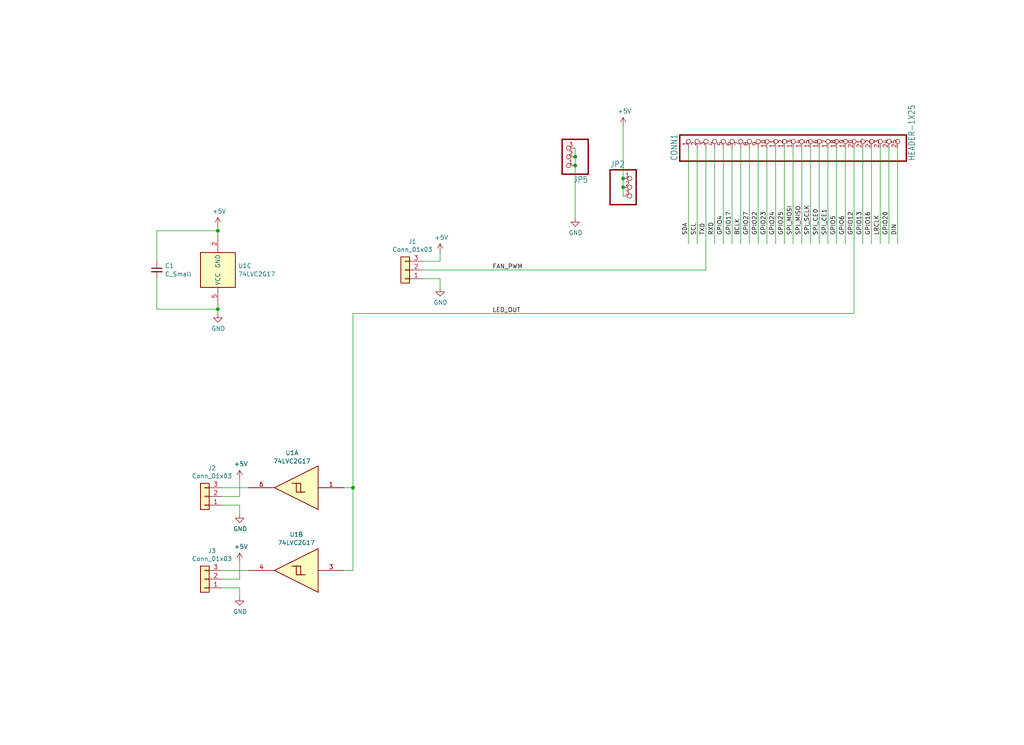
<source format=kicad_sch>
(kicad_sch (version 20230121) (generator eeschema)
  (paper "User" 298.45 217.322)
  (lib_symbols
    (symbol "74xGxx:74LVC2G17"
      (property "Reference" "U" (at -1.27 7.62 0))
      (property "Value" "74LVC2G17" (at 2.54 -7.62 0))
      (symbol "74LVC2G17_1_1"
        (polyline (pts (xy -2.54 1.27) (xy -1.27 1.27) (xy -1.27 -1.27)) (stroke (width 0.254)) (fill (type background)))
        (polyline (pts (xy -7.62 6.35) (xy -7.62 -6.35) (xy 5.08 0) (xy -7.62 6.35)) (stroke (width 0.254)) (fill (type background)))
        (polyline (pts (xy -3.81 1.27) (xy -2.54 1.27) (xy -2.54 -1.27) (xy 0 -1.27)) (stroke (width 0.254)) (fill (type background)))
        (pin input line (at -15.24 0 0) (length 7.62) (name "~") (number "1"))
        (pin output line (at 12.7 0 180) (length 7.62) (name "~") (number "6"))
      )
      (symbol "74LVC2G17_2_1"
        (polyline (pts (xy -2.54 1.27) (xy -1.27 1.27) (xy -1.27 -1.27)) (stroke (width 0.254)) (fill (type background)))
        (polyline (pts (xy -7.62 6.35) (xy -7.62 -6.35) (xy 5.08 0) (xy -7.62 6.35)) (stroke (width 0.254)) (fill (type background)))
        (polyline (pts (xy -3.81 1.27) (xy -2.54 1.27) (xy -2.54 -1.27) (xy 0 -1.27)) (stroke (width 0.254)) (fill (type background)))
        (pin input line (at -15.24 0 0) (length 7.62) (name "~") (number "3"))
        (pin output line (at 12.7 0 180) (length 7.62) (name "~") (number "4"))
      )
      (symbol "74LVC2G17_3_0"
        (rectangle (start -5.08 -5.08) (end 5.08 5.08) (stroke (width 0.254)) (fill (type background)))
      )
      (symbol "74LVC2G17_3_1"
        (pin power_in line (at 0 -10.16 90) (length 5.08) (name "GND") (number "2"))
        (pin power_in line (at 0 10.16 270) (length 5.08) (name "VCC") (number "5"))
      )
    )
    (symbol "Adafruit Speaker Bonnet-eagle-import:HEADER-1X25"
      (property "Reference" "CONN" (at -3.81 33.655 0))
      (symbol "HEADER-1X25_1_0"
        (polyline (pts (xy -3.81 -33.02) (xy 3.81 -33.02)) (stroke (width 0.4064)))
        (polyline (pts (xy -3.81 33.02) (xy -3.81 -33.02)) (stroke (width 0.4064)))
        (polyline (pts (xy 3.81 -33.02) (xy 3.81 33.02)) (stroke (width 0.4064)))
        (polyline (pts (xy 3.81 33.02) (xy -3.81 33.02)) (stroke (width 0.4064)))
        (pin passive inverted (at 0 30.48 0) (length 2.54) (name "1") (number "1"))
        (pin passive inverted (at 0 7.62 0) (length 2.54) (name "10") (number "10"))
        (pin passive inverted (at 0 5.08 0) (length 2.54) (name "11") (number "11"))
        (pin passive inverted (at 0 2.54 0) (length 2.54) (name "12") (number "12"))
        (pin passive inverted (at 0 0 0) (length 2.54) (name "13") (number "13"))
        (pin passive inverted (at 0 -2.54 0) (length 2.54) (name "14") (number "14"))
        (pin passive inverted (at 0 -5.08 0) (length 2.54) (name "15") (number "15"))
        (pin passive inverted (at 0 -7.62 0) (length 2.54) (name "16") (number "16"))
        (pin passive inverted (at 0 -10.16 0) (length 2.54) (name "17") (number "17"))
        (pin passive inverted (at 0 -12.7 0) (length 2.54) (name "18") (number "18"))
        (pin passive inverted (at 0 -15.24 0) (length 2.54) (name "19") (number "19"))
        (pin passive inverted (at 0 27.94 0) (length 2.54) (name "2") (number "2"))
        (pin passive inverted (at 0 -17.78 0) (length 2.54) (name "20") (number "20"))
        (pin passive inverted (at 0 -20.32 0) (length 2.54) (name "21") (number "21"))
        (pin passive inverted (at 0 -22.86 0) (length 2.54) (name "22") (number "22"))
        (pin passive inverted (at 0 -25.4 0) (length 2.54) (name "23") (number "23"))
        (pin passive inverted (at 0 -27.94 0) (length 2.54) (name "24") (number "24"))
        (pin passive inverted (at 0 -30.48 0) (length 2.54) (name "25") (number "25"))
        (pin passive inverted (at 0 25.4 0) (length 2.54) (name "3") (number "3"))
        (pin passive inverted (at 0 22.86 0) (length 2.54) (name "4") (number "4"))
        (pin passive inverted (at 0 20.32 0) (length 2.54) (name "5") (number "5"))
        (pin passive inverted (at 0 17.78 0) (length 2.54) (name "6") (number "6"))
        (pin passive inverted (at 0 15.24 0) (length 2.54) (name "7") (number "7"))
        (pin passive inverted (at 0 12.7 0) (length 2.54) (name "8") (number "8"))
        (pin passive inverted (at 0 10.16 0) (length 2.54) (name "9") (number "9"))
      )
    )
    (symbol "Adafruit Speaker Bonnet-eagle-import:HEADER-1X376MIL"
      (property "Reference" "JP" (at -6.35 5.715 0))
      (symbol "HEADER-1X376MIL_1_0"
        (polyline (pts (xy -6.35 -5.08) (xy 1.27 -5.08)) (stroke (width 0.4064)))
        (polyline (pts (xy -6.35 5.08) (xy -6.35 -5.08)) (stroke (width 0.4064)))
        (polyline (pts (xy 1.27 -5.08) (xy 1.27 5.08)) (stroke (width 0.4064)))
        (polyline (pts (xy 1.27 5.08) (xy -6.35 5.08)) (stroke (width 0.4064)))
        (pin passive inverted (at -2.54 2.54 0) (length 2.54) (name "1") (number "1"))
        (pin passive inverted (at -2.54 0 0) (length 2.54) (name "2") (number "2"))
        (pin passive inverted (at -2.54 -2.54 0) (length 2.54) (name "3") (number "3"))
      )
    )
    (symbol "Connector_Generic:Conn_01x03" (pin_names (offset 1.016) hide)
      (property "Reference" "J" (at 0 5.08 0))
      (property "Value" "Conn_01x03" (at 0 -5.08 0))
      (symbol "Conn_01x03_1_1"
        (rectangle (start -1.27 -2.413) (end 0 -2.667) (stroke (width 0.1524)))
        (rectangle (start -1.27 0.127) (end 0 -0.127) (stroke (width 0.1524)))
        (rectangle (start -1.27 2.667) (end 0 2.413) (stroke (width 0.1524)))
        (rectangle (start -1.27 3.81) (end 1.27 -3.81) (stroke (width 0.254)) (fill (type background)))
        (pin passive line (at -5.08 2.54 0) (length 3.81) (name "Pin_1") (number "1"))
        (pin passive line (at -5.08 0 0) (length 3.81) (name "Pin_2") (number "2"))
        (pin passive line (at -5.08 -2.54 0) (length 3.81) (name "Pin_3") (number "3"))
      )
    )
    (symbol "Device:C_Small" (pin_numbers hide) (pin_names (offset 0.254) hide)
      (property "Reference" "C" (at 0.254 1.778 0))
      (property "Value" "C_Small" (at 0.254 -2.032 0))
      (symbol "C_Small_0_1"
        (polyline (pts (xy -1.524 -0.508) (xy 1.524 -0.508)) (stroke (width 0.3302)))
        (polyline (pts (xy -1.524 0.508) (xy 1.524 0.508)) (stroke (width 0.3048)))
      )
      (symbol "C_Small_1_1"
        (pin passive line (at 0 2.54 270) (length 2.032) (name "~") (number "1"))
        (pin passive line (at 0 -2.54 90) (length 2.032) (name "~") (number "2"))
      )
    )
    (symbol "power:+5V" (power) (pin_names (offset 0))
      (property "Value" "+5V" (at 0 3.556 0))
      (symbol "+5V_0_1"
        (polyline (pts (xy -0.762 1.27) (xy 0 2.54)))
        (polyline (pts (xy 0 0) (xy 0 2.54)))
        (polyline (pts (xy 0 2.54) (xy 0.762 1.27)))
      )
      (symbol "+5V_1_1"
        (pin power_in line (at 0 0 90) (length 0) hide (name "+5V") (number "1"))
      )
    )
    (symbol "power:GND" (power) (pin_names (offset 0))
      (property "Value" "GND" (at 0 -3.81 0))
      (symbol "GND_0_1"
        (polyline (pts (xy 0 0) (xy 0 -1.27) (xy 1.27 -1.27) (xy 0 -2.54) (xy -1.27 -1.27) (xy 0 -1.27)))
      )
      (symbol "GND_1_1"
        (pin power_in line (at 0 0 270) (length 0) hide (name "GND") (number "1"))
      )
    )
  )
  (junction (at 181.61 54.61))
  (junction (at 102.87 142.24))
  (junction (at 181.61 52.07))
  (junction (at 167.64 48.26))
  (junction (at 63.5 90.17))
  (junction (at 63.5 67.31))
  (junction (at 167.64 45.72))
  (wire (pts (xy 236.22 71.12) (xy 236.22 43.18)) (stroke (width 0.1524)))
  (wire (pts (xy 251.46 71.12) (xy 251.46 43.18)) (stroke (width 0.1524)))
  (wire (pts (xy 64.77 168.91) (xy 69.85 168.91)))
  (wire (pts (xy 45.72 90.17) (xy 45.72 81.28)))
  (wire (pts (xy 64.77 166.37) (xy 72.39 166.37)))
  (wire (pts (xy 63.5 66.04) (xy 63.5 67.31)))
  (wire (pts (xy 248.92 43.18) (xy 248.92 71.12)) (stroke (width 0.1524)))
  (wire (pts (xy 100.33 142.24) (xy 102.87 142.24)))
  (wire (pts (xy 181.61 57.15) (xy 181.61 54.61)) (stroke (width 0.1524)))
  (wire (pts (xy 102.87 142.24) (xy 102.87 91.44)))
  (wire (pts (xy 181.61 52.07) (xy 181.61 36.83)) (stroke (width 0.1524)))
  (wire (pts (xy 238.76 43.18) (xy 238.76 71.12)) (stroke (width 0.1524)))
  (wire (pts (xy 167.64 48.26) (xy 167.64 63.5)) (stroke (width 0.1524)))
  (wire (pts (xy 69.85 147.32) (xy 64.77 147.32)))
  (wire (pts (xy 45.72 76.2) (xy 45.72 67.31)))
  (wire (pts (xy 205.74 78.74) (xy 205.74 71.12)))
  (wire (pts (xy 254 43.18) (xy 254 71.12)) (stroke (width 0.1524)))
  (wire (pts (xy 246.38 71.12) (xy 246.38 43.18)) (stroke (width 0.1524)))
  (wire (pts (xy 102.87 91.44) (xy 248.92 91.44)))
  (wire (pts (xy 128.27 83.82) (xy 128.27 81.28)))
  (wire (pts (xy 45.72 67.31) (xy 63.5 67.31)))
  (wire (pts (xy 63.5 90.17) (xy 63.5 91.44)))
  (wire (pts (xy 102.87 166.37) (xy 100.33 166.37)))
  (wire (pts (xy 231.14 71.12) (xy 231.14 43.18)) (stroke (width 0.1524)))
  (wire (pts (xy 213.36 71.12) (xy 213.36 43.18)) (stroke (width 0.1524)))
  (wire (pts (xy 233.68 43.18) (xy 233.68 71.12)) (stroke (width 0.1524)))
  (wire (pts (xy 167.64 45.72) (xy 167.64 43.18)) (stroke (width 0.1524)))
  (wire (pts (xy 215.9 71.12) (xy 215.9 43.18)) (stroke (width 0.1524)))
  (wire (pts (xy 228.6 43.18) (xy 228.6 71.12)) (stroke (width 0.1524)))
  (wire (pts (xy 69.85 173.99) (xy 69.85 171.45)))
  (wire (pts (xy 63.5 88.9) (xy 63.5 90.17)))
  (wire (pts (xy 64.77 142.24) (xy 72.39 142.24)))
  (wire (pts (xy 205.74 43.18) (xy 205.74 71.12)) (stroke (width 0.1524)))
  (wire (pts (xy 128.27 81.28) (xy 123.19 81.28)))
  (wire (pts (xy 123.19 78.74) (xy 205.74 78.74)))
  (wire (pts (xy 181.61 54.61) (xy 181.61 52.07)) (stroke (width 0.1524)))
  (wire (pts (xy 64.77 144.78) (xy 69.85 144.78)))
  (wire (pts (xy 248.92 91.44) (xy 248.92 71.12)))
  (wire (pts (xy 167.64 48.26) (xy 167.64 45.72)) (stroke (width 0.1524)))
  (wire (pts (xy 241.3 71.12) (xy 241.3 43.18)) (stroke (width 0.1524)))
  (wire (pts (xy 208.28 71.12) (xy 208.28 43.18)) (stroke (width 0.1524)))
  (wire (pts (xy 69.85 139.7) (xy 69.85 144.78)))
  (wire (pts (xy 69.85 171.45) (xy 64.77 171.45)))
  (wire (pts (xy 259.08 43.18) (xy 259.08 71.12)) (stroke (width 0.1524)))
  (wire (pts (xy 102.87 142.24) (xy 102.87 166.37)))
  (wire (pts (xy 123.19 76.2) (xy 128.27 76.2)))
  (wire (pts (xy 218.44 43.18) (xy 218.44 71.12)) (stroke (width 0.1524)))
  (wire (pts (xy 69.85 149.86) (xy 69.85 147.32)))
  (wire (pts (xy 226.06 71.12) (xy 226.06 43.18)) (stroke (width 0.1524)))
  (wire (pts (xy 220.98 71.12) (xy 220.98 43.18)) (stroke (width 0.1524)))
  (wire (pts (xy 63.5 90.17) (xy 45.72 90.17)))
  (wire (pts (xy 223.52 43.18) (xy 223.52 71.12)) (stroke (width 0.1524)))
  (wire (pts (xy 69.85 163.83) (xy 69.85 168.91)))
  (wire (pts (xy 243.84 43.18) (xy 243.84 71.12)) (stroke (width 0.1524)))
  (wire (pts (xy 200.66 43.18) (xy 200.66 71.12)) (stroke (width 0.1524)))
  (wire (pts (xy 128.27 76.2) (xy 128.27 73.66)))
  (wire (pts (xy 261.62 71.12) (xy 261.62 43.18)) (stroke (width 0.1524)))
  (wire (pts (xy 210.82 43.18) (xy 210.82 71.12)) (stroke (width 0.1524)))
  (wire (pts (xy 256.54 71.12) (xy 256.54 43.18)) (stroke (width 0.1524)))
  (wire (pts (xy 203.2 71.12) (xy 203.2 43.18)) (stroke (width 0.1524)))
  (wire (pts (xy 63.5 67.31) (xy 63.5 68.58)))
  (label "GPIO4" (at 210.82 68.58 90) (effects (font (size 1.2446 1.2446))))
  (label "DIN" (at 261.62 68.58 90) (effects (font (size 1.2446 1.2446))))
  (label "SCL" (at 203.2 68.58 90) (effects (font (size 1.2446 1.2446))))
  (label "SDA" (at 200.66 68.58 90) (effects (font (size 1.2446 1.2446))))
  (label "GPIO27" (at 218.44 68.58 90) (effects (font (size 1.2446 1.2446))))
  (label "LED_OUT" (at 143.51 91.44 0))
  (label "RXD" (at 208.28 68.58 90) (effects (font (size 1.2446 1.2446))))
  (label "GPIO20" (at 259.08 68.58 90) (effects (font (size 1.2446 1.2446))))
  (label "SPI_MOSI" (at 231.14 68.58 90) (effects (font (size 1.2446 1.2446))))
  (label "GPIO17" (at 213.36 68.58 90) (effects (font (size 1.2446 1.2446))))
  (label "GPIO24" (at 226.06 68.58 90) (effects (font (size 1.2446 1.2446))))
  (label "GPIO6" (at 246.38 68.58 90) (effects (font (size 1.2446 1.2446))))
  (label "GPIO13" (at 251.46 68.58 90) (effects (font (size 1.2446 1.2446))))
  (label "GPIO16" (at 254 68.58 90) (effects (font (size 1.2446 1.2446))))
  (label "FAN_PWM" (at 143.51 78.74 0))
  (label "LRCLK" (at 256.54 68.58 90) (effects (font (size 1.2446 1.2446))))
  (label "GPIO23" (at 223.52 68.58 90) (effects (font (size 1.2446 1.2446))))
  (label "SPI_CE0" (at 238.76 68.58 90) (effects (font (size 1.2446 1.2446))))
  (label "BCLK" (at 215.9 68.58 90) (effects (font (size 1.2446 1.2446))))
  (label "SPI_SCLK" (at 236.22 68.58 90) (effects (font (size 1.2446 1.2446))))
  (label "TXD" (at 205.74 68.58 90) (effects (font (size 1.2446 1.2446))))
  (label "GPIO5" (at 243.84 68.58 90) (effects (font (size 1.2446 1.2446))))
  (label "GPIO12" (at 248.92 68.58 90) (effects (font (size 1.2446 1.2446))))
  (label "SPI_MISO" (at 233.68 68.58 90) (effects (font (size 1.2446 1.2446))))
  (label "SPI_CE1" (at 241.3 68.58 90) (effects (font (size 1.2446 1.2446))))
  (label "GPIO25" (at 228.6 68.58 90) (effects (font (size 1.2446 1.2446))))
  (label "GPIO22" (at 220.98 68.58 90) (effects (font (size 1.2446 1.2446))))
  (symbol (lib_id "power:+5V") (at 69.85 163.83 0) (unit 1)
    (property "Reference" "#PWR07" (effects hide))
    (property "Value" "+5V" (at 70.231 159.4358 0))
  )
  (symbol (lib_id "power:+5V") (at 181.61 36.83 0) (unit 1)
    (property "Reference" "#PWR09" (effects hide))
    (property "Value" "+5V" (at 181.991 32.4358 0))
  )
  (symbol (lib_id "power:+5V") (at 128.27 73.66 0) (unit 1)
    (property "Reference" "#PWR02" (effects hide))
    (property "Value" "+5V" (at 128.651 69.2658 0))
  )
  (symbol (lib_id "Device:C_Small") (at 45.72 78.74 0) (unit 1)
    (property "Reference" "C1" (at 48.0441 77.5342 0) (effects (justify left)))
    (property "Value" "C_Small" (at 48.0441 79.9584 0) (effects (justify left)))
    (property "Footprint" "Capacitor_SMD:C_0603_1608Metric" (effects hide))
  )
  (symbol (lib_id "74xGxx:74LVC2G17") (at 85.09 142.24 180) (unit 1)
    (property "Reference" "U1" (at 85.09 132.08 0))
    (property "Value" "74LVC2G17" (at 85.09 134.5042 0))
    (property "Footprint" "Package_TO_SOT_SMD:SOT-23-6" (effects hide))
    (property "Datasheet" "http://www.ti.com/lit/sg/scyt129e/scyt129e.pdf" (effects hide))
  )
  (symbol (lib_id "Connector_Generic:Conn_01x03") (at 59.69 168.91 180) (unit 1)
    (property "Reference" "J3" (at 61.7728 160.655 0))
    (property "Value" "Conn_01x03" (at 61.7728 162.9664 0))
    (property "Footprint" "Connector_JST:JST_GH_SM03B-GHS-TB_1x03-1MP_P1.25mm_Horizontal" (effects hide))
  )
  (symbol (lib_id "Adafruit Speaker Bonnet-eagle-import:HEADER-1X376MIL") (at 184.15 54.61 0) (unit 1)
    (property "Reference" "JP2" (at 177.8 48.895 0) (effects (font (size 1.778 1.5113)) (justify left bottom)))
    (property "Value" "HEADER-1X376MIL" (effects hide))
    (property "Footprint" "Adafruit Speaker Bonnet:1X03_ROUND_76" (effects hide))
  )
  (symbol (lib_id "power:+5V") (at 69.85 139.7 0) (unit 1)
    (property "Reference" "#PWR05" (effects hide))
    (property "Value" "+5V" (at 70.231 135.3058 0))
  )
  (symbol (lib_id "Adafruit Speaker Bonnet-eagle-import:HEADER-1X25") (at 231.14 43.18 90) (unit 1)
    (property "Reference" "CONN1" (at 197.485 46.99 0) (effects (font (size 1.778 1.5113)) (justify left bottom)))
    (property "Value" "HEADER-1X25" (at 266.7 46.99 0) (effects (font (size 1.778 1.5113)) (justify left bottom)))
    (property "Footprint" "Adafruit Speaker Bonnet:1X25_ROUND_70MIL" (effects hide))
  )
  (symbol (lib_id "power:GND") (at 69.85 149.86 0) (unit 1)
    (property "Reference" "#PWR06" (effects hide))
    (property "Value" "GND" (at 69.977 154.2542 0))
  )
  (symbol (lib_id "power:GND") (at 167.64 63.5 0) (unit 1)
    (property "Reference" "#PWR010" (effects hide))
    (property "Value" "GND" (at 167.767 67.8942 0))
  )
  (symbol (lib_id "power:GND") (at 128.27 83.82 0) (unit 1)
    (property "Reference" "#PWR03" (effects hide))
    (property "Value" "GND" (at 128.397 88.2142 0))
  )
  (symbol (lib_id "74xGxx:74LVC2G17") (at 63.5 78.74 180) (unit 3)
    (property "Reference" "U1" (at 69.342 77.5279 0) (effects (justify right)))
    (property "Value" "74LVC2G17" (at 69.342 79.9521 0) (effects (justify right)))
    (property "Footprint" "Package_TO_SOT_SMD:SOT-23-6" (effects hide))
    (property "Datasheet" "http://www.ti.com/lit/sg/scyt129e/scyt129e.pdf" (effects hide))
  )
  (symbol (lib_id "power:+5V") (at 63.5 66.04 0) (unit 1)
    (property "Reference" "#PWR01" (effects hide))
    (property "Value" "+5V" (at 63.881 61.6458 0))
  )
  (symbol (lib_id "power:GND") (at 69.85 173.99 0) (unit 1)
    (property "Reference" "#PWR08" (effects hide))
    (property "Value" "GND" (at 69.977 178.3842 0))
  )
  (symbol (lib_id "power:GND") (at 63.5 91.44 0) (unit 1)
    (property "Reference" "#PWR04" (effects hide))
    (property "Value" "GND" (at 63.627 95.8342 0))
  )
  (symbol (lib_id "74xGxx:74LVC2G17") (at 85.09 166.37 180) (unit 2)
    (property "Reference" "U1" (at 86.36 155.8757 0))
    (property "Value" "74LVC2G17" (at 86.36 158.2999 0))
    (property "Footprint" "Package_TO_SOT_SMD:SOT-23-6" (effects hide))
    (property "Datasheet" "http://www.ti.com/lit/sg/scyt129e/scyt129e.pdf" (effects hide))
  )
  (symbol (lib_id "Connector_Generic:Conn_01x03") (at 59.69 144.78 180) (unit 1)
    (property "Reference" "J2" (at 61.7728 136.525 0))
    (property "Value" "Conn_01x03" (at 61.7728 138.8364 0))
    (property "Footprint" "Connector_JST:JST_GH_SM03B-GHS-TB_1x03-1MP_P1.25mm_Horizontal" (effects hide))
  )
  (symbol (lib_id "Connector_Generic:Conn_01x03") (at 118.11 78.74 180) (unit 1)
    (property "Reference" "J1" (at 120.1928 70.485 0))
    (property "Value" "Conn_01x03" (at 120.1928 72.7964 0))
    (property "Footprint" "Connector_JST:JST_GH_SM03B-GHS-TB_1x03-1MP_P1.25mm_Horizontal" (effects hide))
  )
  (symbol (lib_id "Adafruit Speaker Bonnet-eagle-import:HEADER-1X376MIL") (at 165.1 45.72 180) (unit 1)
    (property "Reference" "JP5" (at 171.45 51.435 0) (effects (font (size 1.778 1.5113)) (justify left bottom)))
    (property "Value" "HEADER-1X376MIL" (effects hide))
    (property "Footprint" "Adafruit Speaker Bonnet:1X03_ROUND_76" (effects hide))
  )
)
</source>
